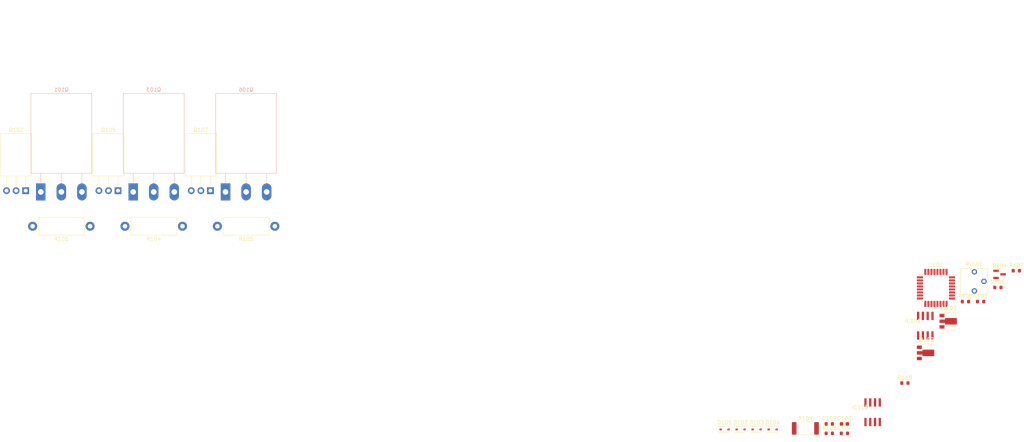
<source format=kicad_pcb>
(kicad_pcb (version 20211014) (generator pcbnew)
  (layers (0 "F.Cu" signal) (31 "B.Cu" power) (34 "B.Paste" user) (35 "F.Paste" user) (36 "B.SilkS" user "B.Silkscreen") (37 "F.SilkS" user "F.Silkscreen") (38 "B.Mask" user) (39 "F.Mask" user) (44 "Edge.Cuts" user))
  (net 0 "")
  (net 1 "+5V")
  (net 2 "Net-(C101-Pad2)")
  (net 3 "Net-(C102-Pad1)")
  (net 4 "Net-(C102-Pad2)")
  (net 5 "VEE")
  (net 6 "Net-(D103-Pad2)")
  (net 7 "Net-(C104-Pad1)")
  (net 8 "Net-(C104-Pad2)")
  (net 9 "GND")
  (net 11 "I_set")
  (net 12 "-5V")
  (net 16 "VCC")
  (net 17 "Net-(Q104-Pad3)")
  (net 18 "U_set")
  (net 21 "Net-(U101-Pad3)")
  (net 22 "Net-(U101-Pad4)")
  (net 51 "/pwr_e1")
  (net 52 "/pwr_e2")
  (net 53 "/pwr_e3")
  (net 54 "Net-(Q103-Pad1)")
  (net 55 "Net-(Q106-Pad1)")
  (net 56 "Net-(Q101-Pad1)")
  (net 57 "/pwr_b")
  (net 58 "/pwr_e")
  (footprint "Diode_SMD:D_SOD-323" (layer "F.Cu") (at 194.17 113.96)
    (fp_text reference "D102" (at 0 -1.85) (layer "F.SilkS"))
    (fp_text value "1N4148WS")
    (fp_line (start -1.5 -0.85) (end -1.5 0.85) (layer "F.SilkS") (width 0.12))
    (fp_line (start -1.5 0.85) (end 1.05 0.85) (layer "F.SilkS") (width 0.12))
    (fp_line (start -1.5 -0.85) (end 1.05 -0.85) (layer "F.SilkS") (width 0.12))
    (pad "1" smd rect (at -1.05 0) (size 0.6 0.45) (layers "F.Cu" "F.Paste" "F.Mask") (net 7 "Net-(C104-Pad1)"))
    (pad "2" smd rect (at 1.05 0) (size 0.6 0.45) (layers "F.Cu" "F.Paste" "F.Mask") (net 57 "/pwr_b"))
  )
  (footprint "Diode_SMD:D_SOD-323" (layer "F.Cu") (at 189.92 113.96)
    (fp_text reference "D101" (at 0 -1.85) (layer "F.SilkS"))
    (fp_text value "1N4148WS")
    (fp_line (start -1.5 -0.85) (end 1.05 -0.85) (layer "F.SilkS") (width 0.12))
    (fp_line (start -1.5 -0.85) (end -1.5 0.85) (layer "F.SilkS") (width 0.12))
    (fp_line (start -1.5 0.85) (end 1.05 0.85) (layer "F.SilkS") (width 0.12))
    (pad "1" smd rect (at -1.05 0) (size 0.6 0.45) (layers "F.Cu" "F.Paste" "F.Mask") (net 3 "Net-(C102-Pad1)"))
    (pad "2" smd rect (at 1.05 0) (size 0.6 0.45) (layers "F.Cu" "F.Paste" "F.Mask") (net 57 "/pwr_b"))
  )
  (footprint "Resistor_THT:R_Axial_DIN0414_L11.9mm_D4.5mm_P15.24mm_Horizontal" (layer "F.Cu") (at 46.12 60 180)
    (fp_text reference "R104" (at 7.62 -3.37) (layer "F.SilkS"))
    (fp_text value "220m")
    (fp_line (start 13.8 0) (end 13.69 0) (layer "F.SilkS") (width 0.12))
    (fp_line (start 1.55 2.37) (end 13.69 2.37) (layer "F.SilkS") (width 0.12))
    (fp_line (start 13.69 -2.37) (end 1.55 -2.37) (layer "F.SilkS") (width 0.12))
    (fp_line (start 13.69 2.37) (end 13.69 -2.37) (layer "F.SilkS") (width 0.12))
    (fp_line (start 1.55 -2.37) (end 1.55 2.37) (layer "F.SilkS") (width 0.12))
    (fp_line (start 1.44 0) (end 1.55 0) (layer "F.SilkS") (width 0.12))
    (pad "1" thru_hole circle (at 0 0 180) (size 2.4 2.4) (drill 1.2) (layers *.Cu *.Mask) (net 52 "/pwr_e2"))
    (pad "2" thru_hole oval (at 15.24 0 180) (size 2.4 2.4) (drill 1.2) (layers *.Cu *.Mask) (net 58 "/pwr_e"))
  )
  (footprint "Resistor_SMD:R_0603_1608Metric" (layer "F.Cu") (at 217.68 115)
    (fp_text reference "R108" (at 0 -1.43) (layer "F.SilkS"))
    (fp_text value "100R")
    (fp_line (start -0.237258 0.5225) (end 0.237258 0.5225) (layer "F.SilkS") (width 0.12))
    (fp_line (start -0.237258 -0.5225) (end 0.237258 -0.5225) (layer "F.SilkS") (width 0.12))
    (pad "1" smd roundrect (at -0.825 0) (size 0.8 0.95) (layers "F.Cu" "F.Paste" "F.Mask") (net 6 "Net-(D103-Pad2)"))
    (pad "2" smd roundrect (at 0.825 0) (size 0.8 0.95) (layers "F.Cu" "F.Paste" "F.Mask") (net 5 "VEE"))
  )
  (footprint "Package_TO_SOT_THT:TO-126-3_Horizontal_TabUp" (layer "F.Cu") (at 4.54 50.55 180)
    (fp_text reference "Q102" (at 2.54 16.12) (layer "F.SilkS"))
    (fp_text value "BD139")
    (fp_line (start 6.66 3.88) (end 6.66 15.12) (layer "F.SilkS") (width 0.12))
    (fp_line (start 2.54 1.066) (end 2.54 3.88) (layer "F.SilkS") (width 0.12))
    (fp_line (start 0 1.05) (end 0 3.88) (layer "F.SilkS") (width 0.12))
    (fp_line (start -1.58 15.12) (end 6.66 15.12) (layer "F.SilkS") (width 0.12))
    (fp_line (start -1.58 3.88) (end -1.58 15.12) (layer "F.SilkS") (width 0.12))
    (fp_line (start -1.58 3.88) (end 6.66 3.88) (layer "F.SilkS") (width 0.12))
    (fp_line (start 5.08 1.066) (end 5.08 3.88) (layer "F.SilkS") (width 0.12))
    (pad "" np_thru_hole oval (at 2.54 11.1 180) (size 3.2 3.2) (drill 3.2) (layers *.Cu *.Mask))
    (pad "1" thru_hole rect (at 0 0 180) (size 1.8 1.8) (drill 1) (layers *.Cu *.Mask) (net 56 "Net-(Q101-Pad1)"))
    (pad "2" thru_hole oval (at 2.54 0 180) (size 1.8 1.8) (drill 1) (layers *.Cu *.Mask) (net 16 "VCC"))
    (pad "3" thru_hole oval (at 5.08 0 180) (size 1.8 1.8) (drill 1) (layers *.Cu *.Mask) (net 57 "/pwr_b"))
  )
  (footprint "Resistor_SMD:R_0603_1608Metric" (layer "F.Cu") (at 217.68 112.49)
    (fp_text reference "C102" (at 0 -1.43) (layer "F.SilkS"))
    (fp_text value "22p")
    (fp_line (start -0.237258 0.5225) (end 0.237258 0.5225) (layer "F.SilkS") (width 0.12))
    (fp_line (start -0.237258 -0.5225) (end 0.237258 -0.5225) (layer "F.SilkS") (width 0.12))
    (pad "1" smd roundrect (at -0.825 0) (size 0.8 0.95) (layers "F.Cu" "F.Paste" "F.Mask") (net 3 "Net-(C102-Pad1)"))
    (pad "2" smd roundrect (at 0.825 0) (size 0.8 0.95) (layers "F.Cu" "F.Paste" "F.Mask") (net 4 "Net-(C102-Pad2)"))
  )
  (footprint "Package_TO_SOT_SMD:SOT-23" (layer "F.Cu") (at 262.84 72.78)
    (fp_text reference "Q104" (at 0 -2.4) (layer "F.SilkS"))
    (fp_text value "BC557")
    (fp_line (start 0 1.56) (end 0.65 1.56) (layer "F.SilkS") (width 0.12))
    (fp_line (start 0 -1.56) (end 0.65 -1.56) (layer "F.SilkS") (width 0.12))
    (fp_line (start 0 -1.56) (end -1.675 -1.56) (layer "F.SilkS") (width 0.12))
    (fp_line (start 0 1.56) (end -0.65 1.56) (layer "F.SilkS") (width 0.12))
    (pad "1" smd roundrect (at -0.9375 -0.95) (size 1.475 0.6) (layers "F.Cu" "F.Paste" "F.Mask") (net 57 "/pwr_b"))
    (pad "2" smd roundrect (at -0.9375 0.95) (size 1.475 0.6) (layers "F.Cu" "F.Paste" "F.Mask") (net 2 "Net-(C101-Pad2)"))
    (pad "3" smd roundrect (at 0.9375 0) (size 1.475 0.6) (layers "F.Cu" "F.Paste" "F.Mask") (net 17 "Net-(Q104-Pad3)"))
  )
  (footprint "Resistor_SMD:R_0603_1608Metric" (layer "F.Cu") (at 221.69 115)
    (fp_text reference "C104" (at 0 -1.43) (layer "F.SilkS"))
    (fp_text value "22p")
    (fp_line (start -0.237258 0.5225) (end 0.237258 0.5225) (layer "F.SilkS") (width 0.12))
    (fp_line (start -0.237258 -0.5225) (end 0.237258 -0.5225) (layer "F.SilkS") (width 0.12))
    (pad "1" smd roundrect (at -0.825 0) (size 0.8 0.95) (layers "F.Cu" "F.Paste" "F.Mask") (net 7 "Net-(C104-Pad1)"))
    (pad "2" smd roundrect (at 0.825 0) (size 0.8 0.95) (layers "F.Cu" "F.Paste" "F.Mask") (net 8 "Net-(C104-Pad2)"))
  )
  (footprint "Resistor_SMD:R_0603_1608Metric" (layer "F.Cu") (at 257.81 80.01)
    (fp_text reference "C101" (at 0 -1.43) (layer "F.SilkS"))
    (fp_text value "10u")
    (fp_line (start -0.237258 -0.5225) (end 0.237258 -0.5225) (layer "F.SilkS") (width 0.12))
    (fp_line (start -0.237258 0.5225) (end 0.237258 0.5225) (layer "F.SilkS") (width 0.12))
    (pad "1" smd roundrect (at -0.825 0) (size 0.8 0.95) (layers "F.Cu" "F.Paste" "F.Mask") (net 1 "+5V"))
    (pad "2" smd roundrect (at 0.825 0) (size 0.8 0.95) (layers "F.Cu" "F.Paste" "F.Mask") (net 2 "Net-(C101-Pad2)"))
  )
  (footprint "Resistor_SMD:R_0603_1608Metric" (layer "F.Cu") (at 237.73 101.64)
    (fp_text reference "R109" (at 0 -1.43) (layer "F.SilkS"))
    (fp_text value "100R")
    (fp_line (start -0.237258 -0.5225) (end 0.237258 -0.5225) (layer "F.SilkS") (width 0.12))
    (fp_line (start -0.237258 0.5225) (end 0.237258 0.5225) (layer "F.SilkS") (width 0.12))
    (pad "1" smd roundrect (at -0.825 0) (size 0.8 0.95) (layers "F.Cu" "F.Paste" "F.Mask") (net 9 "GND"))
    (pad "2" smd roundrect (at 0.825 0) (size 0.8 0.95) (layers "F.Cu" "F.Paste" "F.Mask") (net 8 "Net-(C104-Pad2)"))
  )
  (footprint "OPA277:SO08" (layer "F.Cu") (at 243.1466 86.405)
    (fp_text reference "IC101" (at -3.302 -1.27 180) (layer "F.SilkS"))
    (fp_text value "OPA277")
    (pad "1" smd rect locked (at -1.905 2.6) (size 0.6 2.2) (layers "F.Cu" "F.Paste" "F.Mask"))
    (pad "2" smd rect locked (at -0.635 2.6) (size 0.6 2.2) (layers "F.Cu" "F.Paste" "F.Mask") (net 4 "Net-(C102-Pad2)"))
    (pad "3" smd rect locked (at 0.635 2.6) (size 0.6 2.2) (layers "F.Cu" "F.Paste" "F.Mask") (net 11 "I_set"))
    (pad "4" smd rect locked (at 1.905 2.6) (size 0.6 2.2) (layers "F.Cu" "F.Paste" "F.Mask") (net 12 "-5V"))
    (pad "5" smd rect locked (at 1.905 -2.6) (size 0.6 2.2) (layers "F.Cu" "F.Paste" "F.Mask"))
    (pad "6" smd rect locked (at 0.635 -2.6) (size 0.6 2.2) (layers "F.Cu" "F.Paste" "F.Mask") (net 3 "Net-(C102-Pad1)"))
    (pad "7" smd rect locked (at -0.635 -2.6) (size 0.6 2.2) (layers "F.Cu" "F.Paste" "F.Mask") (net 1 "+5V"))
    (pad "8" smd rect locked (at -1.905 -2.6) (size 0.6 2.2) (layers "F.Cu" "F.Paste" "F.Mask"))
  )
  (footprint "Package_TO_SOT_SMD:SOT-89-3" (layer "F.Cu") (at 243.22 93.63)
    (fp_text reference "U102" (at 0.3 -3.5) (layer "F.SilkS"))
    (fp_text value "MC78L05")
    (fp_line (start -1.06 2.36) (end -1.06 2.13) (layer "F.SilkS") (width 0.12))
    (fp_line (start 1.66 1.05) (end 1.66 2.36) (layer "F.SilkS") (width 0.12))
    (fp_line (start 1.66 2.36) (end -1.06 2.36) (layer "F.SilkS") (width 0.12))
    (fp_line (start -1.06 -2.36) (end -1.06 -2.13) (layer "F.SilkS") (width 0.12))
    (fp_line (start 1.66 -2.36) (end 1.66 -1.05) (layer "F.SilkS") (width 0.12))
    (fp_line (start -1.06 -2.36) (end 1.66 -2.36) (layer "F.SilkS") (width 0.12))
    (fp_line (start -2.2 -2.13) (end -1.06 -2.13) (layer "F.SilkS") (width 0.12))
    (pad "1" smd rect (at -1.65 -1.5) (size 1.3 0.9) (layers "F.Cu" "F.Paste" "F.Mask") (net 1 "+5V"))
    (pad "2" smd custom (at -1.5625 0) (size 1.475 0.9) (layers "F.Cu" "F.Paste" "F.Mask") (net 9 "GND") (options (clearance outline) (anchor rect)) (primitives (gr_poly (pts (xy 3.8625 0.8665) (xy 0.7375 0.8665) (xy 0.7375 -0.8665) (xy 3.8625 -0.8665)) (width 0) (fill yes))))
    (pad "3" smd rect (at -1.65 1.5) (size 1.3 0.9) (layers "F.Cu" "F.Paste" "F.Mask"))
  )
  (footprint "Resistor_SMD:R_0603_1608Metric" (layer "F.Cu") (at 253.8 80.01)
    (fp_text reference "R102" (at 0 -1.43) (layer "F.SilkS"))
    (fp_text value "100R")
    (fp_line (start -0.237258 -0.5225) (end 0.237258 -0.5225) (layer "F.SilkS") (width 0.12))
    (fp_line (start -0.237258 0.5225) (end 0.237258 0.5225) (layer "F.SilkS") (width 0.12))
    (pad "1" smd roundrect (at -0.825 0) (size 0.8 0.95) (layers "F.Cu" "F.Paste" "F.Mask") (net 17 "Net-(Q104-Pad3)"))
    (pad "2" smd roundrect (at 0.825 0) (size 0.8 0.95) (layers "F.Cu" "F.Paste" "F.Mask") (net 1 "+5V"))
  )
  (footprint "Potentiometer_THT:Potentiometer_Vishay_T73YP_Vertical" (layer "F.Cu") (at 256.17 77.18)
    (fp_text reference "RV101" (at -0.06 -7.09) (layer "F.SilkS"))
    (fp_text value "4k7")
    (fp_line (start 0.65 0.88) (end 3.56 0.88) (layer "F.SilkS") (width 0.12))
    (fp_line (start 0.65 -5.96) (end 3.56 -5.96) (layer "F.SilkS") (width 0.12))
    (fp_line (start -3.68 -5.96) (end -3.68 0.88) (layer "F.SilkS") (width 0.12))
    (fp_line (start 3.56 -5.96) (end 3.56 0.88) (layer "F.SilkS") (width 0.12))
    (fp_line (start -3.68 -5.96) (end -0.65 -5.96) (layer "F.SilkS") (width 0.12))
    (fp_line (start -3.68 0.88) (end -0.65 0.88) (layer "F.SilkS") (width 0.12))
    (pad "1" thru_hole circle (at 0 0) (size 1.44 1.44) (drill 0.8) (layers *.Cu *.Mask) (net 1 "+5V"))
    (pad "2" thru_hole circle (at 2.54 -2.54) (size 1.44 1.44) (drill 0.8) (layers *.Cu *.Mask) (net 2 "Net-(C101-Pad2)"))
    (pad "3" thru_hole circle (at 0 -5.08) (size 1.44 1.44) (drill 0.8) (layers *.Cu *.Mask) (net 9 "GND"))
  )
  (footprint "Package_TO_SOT_SMD:SOT-89-3" (layer "F.Cu") (at 249.22 85.23)
    (fp_text reference "U103" (at 0.3 -3.5) (layer "F.SilkS"))
    (fp_text value "MC79L05")
    (fp_line (start 1.66 2.36) (end -1.06 2.36) (layer "F.SilkS") (width 0.12))
    (fp_line (start -1.06 -2.36) (end -1.06 -2.13) (layer "F.SilkS") (width 0.12))
    (fp_line (start 1.66 -2.36) (end 1.66 -1.05) (layer "F.SilkS") (width 0.12))
    (fp_line (start -1.06 2.36) (end -1.06 2.13) (layer "F.SilkS") (width 0.12))
    (fp_line (start -2.2 -2.13) (end -1.06 -2.13) (layer "F.SilkS") (width 0.12))
    (fp_line (start -1.06 -2.36) (end 1.66 -2.36) (layer "F.SilkS") (width 0.12))
    (fp_line (start 1.66 1.05) (end 1.66 2.36) (layer "F.SilkS") (width 0.12))
    (pad "1" smd rect (at -1.65 -1.5) (size 1.3 0.9) (layers "F.Cu" "F.Paste" "F.Mask") (net 9 "GND"))
    (pad "2" smd custom (at -1.5625 0) (size 1.475 0.9) (layers "F.Cu" "F.Paste" "F.Mask") (options (clearance outline) (anchor rect)) (primitives (gr_poly (pts (xy 3.8625 0.8665) (xy 0.7375 0.8665) (xy 0.7375 -0.8665) (xy 3.8625 -0.8665)) (width 0) (fill yes))))
    (pad "3" smd rect (at -1.65 1.5) (size 1.3 0.9) (layers "F.Cu" "F.Paste" "F.Mask") (net 12 "-5V"))
  )
  (footprint "Package_TO_SOT_THT:TO-126-3_Horizontal_TabUp" (layer "F.Cu") (at 53.54 50.55 180)
    (fp_text reference "Q107" (at 2.54 16.12) (layer "F.SilkS"))
    (fp_text value "BD139")
    (fp_line (start 5.08 1.066) (end 5.08 3.88) (layer "F.SilkS") (width 0.12))
    (fp_line (start 0 1.05) (end 0 3.88) (layer "F.SilkS") (width 0.12))
    (fp_line (start -1.58 3.88) (end 6.66 3.88) (layer "F.SilkS") (width 0.12))
    (fp_line (start 6.66 3.88) (end 6.66 15.12) (layer "F.SilkS") (width 0.12))
    (fp_line (start 2.54 1.066) (end 2.54 3.88) (layer "F.SilkS") (width 0.12))
    (fp_line (start -1.58 3.88) (end -1.58 15.12) (layer "F.SilkS") (width 0.12))
    (fp_line (start -1.58 15.12) (end 6.66 15.12) (layer "F.SilkS") (width 0.12))
    (pad "" np_thru_hole oval (at 2.54 11.1 180) (size 3.2 3.2) (drill 3.2) (layers *.Cu *.Mask))
    (pad "1" thru_hole rect (at 0 0 180) (size 1.8 1.8) (drill 1) (layers *.Cu *.Mask) (net 55 "Net-(Q106-Pad1)"))
    (pad "2" thru_hole oval (at 2.54 0 180) (size 1.8 1.8) (drill 1) (layers *.Cu *.Mask) (net 16 "VCC"))
    (pad "3" thru_hole oval (at 5.08 0 180) (size 1.8 1.8) (drill 1) (layers *.Cu *.Mask) (net 57 "/pwr_b"))
  )
  (footprint "Resistor_SMD:R_0603_1608Metric" (layer "F.Cu") (at 262.4 76.26)
    (fp_text reference "R106" (at 0 -1.43) (layer "F.SilkS"))
    (fp_text value "100R")
    (fp_line (start -0.237258 0.5225) (end 0.237258 0.5225) (layer "F.SilkS") (width 0.12))
    (fp_line (start -0.237258 -0.5225) (end 0.237258 -0.5225) (layer "F.SilkS") (width 0.12))
    (pad "1" smd roundrect (at -0.825 0) (size 0.8 0.95) (layers "F.Cu" "F.Paste" "F.Mask") (net 58 "/pwr_e"))
    (pad "2" smd roundrect (at 0.825 0) (size 0.8 0.95) (layers "F.Cu" "F.Paste" "F.Mask") (net 4 "Net-(C102-Pad2)"))
  )
  (footprint "OPA277:SO08" (layer "F.Cu") (at 229.1766 109.385)
    (fp_text reference "IC102" (at -3.302 -1.27 180) (layer "F.SilkS"))
    (fp_text value "OPA277")
    (pad "1" smd rect locked (at -1.905 2.6) (size 0.6 2.2) (layers "F.Cu" "F.Paste" "F.Mask"))
    (pad "2" smd rect locked (at -0.635 2.6) (size 0.6 2.2) (layers "F.Cu" "F.Paste" "F.Mask") (net 8 "Net-(C104-Pad2)"))
    (pad "3" smd rect locked (at 0.635 2.6) (size 0.6 2.2) (layers "F.Cu" "F.Paste" "F.Mask") (net 6 "Net-(D103-Pad2)"))
    (pad "4" smd rect locked (at 1.905 2.6) (size 0.6 2.2) (layers "F.Cu" "F.Paste" "F.Mask") (net 12 "-5V"))
    (pad "5" smd rect locked (at 1.905 -2.6) (size 0.6 2.2) (layers "F.Cu" "F.Paste" "F.Mask"))
    (pad "6" smd rect locked (at 0.635 -2.6) (size 0.6 2.2) (layers "F.Cu" "F.Paste" "F.Mask") (net 7 "Net-(C104-Pad1)"))
    (pad "7" smd rect locked (at -0.635 -2.6) (size 0.6 2.2) (layers "F.Cu" "F.Paste" "F.Mask") (net 1 "+5V"))
    (pad "8" smd rect locked (at -1.905 -2.6) (size 0.6 2.2) (layers "F.Cu" "F.Paste" "F.Mask"))
  )
  (footprint "Diode_SMD:D_SOD-323" (layer "F.Cu") (at 202.67 113.96)
    (fp_text reference "D104" (at 0 -1.85) (layer "F.SilkS"))
    (fp_text value "1N4148WS")
    (fp_line (start -1.5 -0.85) (end 1.05 -0.85) (layer "F.SilkS") (width 0.12))
    (fp_line (start -1.5 -0.85) (end -1.5 0.85) (layer "F.SilkS") (width 0.12))
    (fp_line (start -1.5 0.85) (end 1.05 0.85) (layer "F.SilkS") (width 0.12))
    (pad "1" smd rect (at -1.05 0) (size 0.6 0.45) (layers "F.Cu" "F.Paste" "F.Mask") (net 6 "Net-(D103-Pad2)"))
    (pad "2" smd rect (at 1.05 0) (size 0.6 0.45) (layers "F.Cu" "F.Paste" "F.Mask") (net 9 "GND"))
  )
  (footprint "Package_TO_SOT_THT:TO-126-3_Horizontal_TabUp" (layer "F.Cu") (at 29.04 50.55 180)
    (fp_text reference "Q105" (at 2.54 16.12) (layer "F.SilkS"))
    (fp_text value "BD139")
    (fp_line (start 2.54 1.066) (end 2.54 3.88) (layer "F.SilkS") (width 0.12))
    (fp_line (start -1.58 15.12) (end 6.66 15.12) (layer "F.SilkS") (width 0.12))
    (fp_line (start 0 1.05) (end 0 3.88) (layer "F.SilkS") (width 0.12))
    (fp_line (start 5.08 1.066) (end 5.08 3.88) (layer "F.SilkS") (width 0.12))
    (fp_line (start -1.58 3.88) (end 6.66 3.88) (layer "F.SilkS") (width 0.12))
    (fp_line (start 6.66 3.88) (end 6.66 15.12) (layer "F.SilkS") (width 0.12))
    (fp_line (start -1.58 3.88) (end -1.58 15.12) (layer "F.SilkS") (width 0.12))
    (pad "" np_thru_hole oval (at 2.54 11.1 180) (size 3.2 3.2) (drill 3.2) (layers *.Cu *.Mask))
    (pad "1" thru_hole rect (at 0 0 180) (size 1.8 1.8) (drill 1) (layers *.Cu *.Mask) (net 54 "Net-(Q103-Pad1)"))
    (pad "2" thru_hole oval (at 2.54 0 180) (size 1.8 1.8) (drill 1) (layers *.Cu *.Mask) (net 16 "VCC"))
    (pad "3" thru_hole oval (at 5.08 0 180) (size 1.8 1.8) (drill 1) (layers *.Cu *.Mask) (net 57 "/pwr_b"))
  )
  (footprint "Capacitor_SMD:C_0603_1608Metric" (layer "F.Cu") (at 221.69 112.49)
    (fp_text reference "C103" (at 0 -1.43) (layer "F.SilkS"))
    (fp_text value "10n")
    (fp_line (start -0.14058 -0.51) (end 0.14058 -0.51) (layer "F.SilkS") (width 0.12))
    (fp_line (start -0.14058 0.51) (end 0.14058 0.51) (layer "F.SilkS") (width 0.12))
    (pad "1" smd roundrect (at -0.775 0) (size 0.9 0.95) (layers "F.Cu" "F.Paste" "F.Mask") (net 5 "VEE"))
    (pad "2" smd roundrect (at 0.775 0) (size 0.9 0.95) (layers "F.Cu" "F.Paste" "F.Mask") (net 6 "Net-(D103-Pad2)"))
  )
  (footprint "Resistor_THT:R_Axial_DIN0414_L11.9mm_D4.5mm_P15.24mm_Horizontal" (layer "F.Cu") (at 70.62 60 180)
    (fp_text reference "R105" (at 7.62 -3.37) (layer "F.SilkS"))
    (fp_text value "220m")
    (fp_line (start 1.44 0) (end 1.55 0) (layer "F.SilkS") (width 0.12))
    (fp_line (start 13.8 0) (end 13.69 0) (layer "F.SilkS") (width 0.12))
    (fp_line (start 1.55 -2.37) (end 1.55 2.37) (layer "F.SilkS") (width 0.12))
    (fp_line (start 13.69 2.37) (end 13.69 -2.37) (layer "F.SilkS") (width 0.12))
    (fp_line (start 1.55 2.37) (end 13.69 2.37) (layer "F.SilkS") (width 0.12))
    (fp_line (start 13.69 -2.37) (end 1.55 -2.37) (layer "F.SilkS") (width 0.12))
    (pad "1" thru_hole circle (at 0 0 180) (size 2.4 2.4) (drill 1.2) (layers *.Cu *.Mask) (net 53 "/pwr_e3"))
    (pad "2" thru_hole oval (at 15.24 0 180) (size 2.4 2.4) (drill 1.2) (layers *.Cu *.Mask) (net 58 "/pwr_e"))
  )
  (footprint "Resistor_THT:R_Axial_DIN0414_L11.9mm_D4.5mm_P15.24mm_Horizontal" (layer "F.Cu") (at 21.62 60 180)
    (fp_text reference "R101" (at 7.62 -3.37) (layer "F.SilkS"))
    (fp_text value "220m")
    (fp_line (start 1.55 -2.37) (end 1.55 2.37) (layer "F.SilkS") (width 0.12))
    (fp_line (start 13.69 -2.37) (end 1.55 -2.37) (layer "F.SilkS") (width 0.12))
    (fp_line (start 1.55 2.37) (end 13.69 2.37) (layer "F.SilkS") (width 0.12))
    (fp_line (start 13.8 0) (end 13.69 0) (layer "F.SilkS") (width 0.12))
    (fp_line (start 13.69 2.37) (end 13.69 -2.37) (layer "F.SilkS") (width 0.12))
    (fp_line (start 1.44 0) (end 1.55 0) (layer "F.SilkS") (width 0.12))
    (pad "1" thru_hole circle (at 0 0 180) (size 2.4 2.4) (drill 1.2) (layers *.Cu *.Mask) (net 51 "/pwr_e1"))
    (pad "2" thru_hole oval (at 15.24 0 180) (size 2.4 2.4) (drill 1.2) (layers *.Cu *.Mask) (net 58 "/pwr_e"))
  )
  (footprint "Diode_SMD:D_SOD-323" (layer "F.Cu") (at 198.42 113.96)
    (fp_text reference "D103" (at 0 -1.85) (layer "F.SilkS"))
    (fp_text value "1N4148WS")
    (fp_line (start -1.5 -0.85) (end 1.05 -0.85) (layer "F.SilkS") (width 0.12))
    (fp_line (start -1.5 -0.85) (end -1.5 0.85) (layer "F.SilkS") (width 0.12))
    (fp_line (start -1.5 0.85) (end 1.05 0.85) (layer "F.SilkS") (width 0.12))
    (pad "1" smd rect (at -1.05 0) (size 0.6 0.45) (layers "F.Cu" "F.Paste" "F.Mask") (net 9 "GND"))
    (pad "2" smd rect (at 1.05 0) (size 0.6 0.45) (layers "F.Cu" "F.Paste" "F.Mask") (net 6 "Net-(D103-Pad2)"))
  )
  (footprint "Resistor_SMD:R_0603_1608Metric" (layer "F.Cu") (at 267.29 71.81)
    (fp_text reference "R107" (at 0 -1.43) (layer "F.SilkS"))
    (fp_text value "100R")
    (fp_line (start -0.237258 0.5225) (end 0.237258 0.5225) (layer "F.SilkS") (width 0.12))
    (fp_line (start -0.237258 -0.5225) (end 0.237258 -0.5225) (layer "F.SilkS") (width 0.12))
    (pad "1" smd roundrect (at -0.825 0) (size 0.8 0.95) (layers "F.Cu" "F.Paste" "F.Mask") (net 18 "U_set"))
    (pad "2" smd roundrect (at 0.825 0) (size 0.8 0.95) (layers "F.Cu" "F.Paste" "F.Mask") (net 6 "Net-(D103-Pad2)"))
  )
  (footprint "Package_QFP:TQFP-32_7x7mm_P0.8mm" (layer "F.Cu") (at 245.97 76.38)
    (fp_text reference "U101" (at 0 -6.05) (layer "F.SilkS"))
    (fp_text value "ATmega8A-A")
    (fp_line (start -3.625 3.625) (end -3.3 3.625) (layer "F.SilkS") (width 0.15))
    (fp_line (start 3.625 -3.625) (end 3.3 -3.625) (layer "F.SilkS") (width 0.15))
    (fp_line (start 3.625 -3.625) (end 3.625 -3.3) (layer "F.SilkS") (width 0.15))
    (fp_line (start 3.625 3.625) (end 3.3 3.625) (layer "F.SilkS") (width 0.15))
    (fp_line (start -3.625 -3.625) (end -3.625 -3.4) (layer "F.SilkS") (width 0.15))
    (fp_line (start -3.625 -3.625) (end -3.3 -3.625) (layer "F.SilkS") (width 0.15))
    (fp_line (start -3.625 3.625) (end -3.625 3.3) (layer "F.SilkS") (width 0.15))
    (fp_line (start 3.625 3.625) (end 3.625 3.3) (layer "F.SilkS") (width 0.15))
    (fp_line (start -3.625 -3.4) (end -5.05 -3.4) (layer "F.SilkS") (width 0.15))
    (pad "1" smd rect (at -4.25 -2.8) (size 1.6 0.55) (layers "F.Cu" "F.Paste" "F.Mask"))
    (pad "2" smd rect (at -4.25 -2) (size 1.6 0.55) (layers "F.Cu" "F.Paste" "F.Mask"))
    (pad "3" smd rect (at -4.25 -1.2) (size 1.6 0.55) (layers "F.Cu" "F.Paste" "F.Mask") (net 21 "Net-(U101-Pad3)"))
    (pad "4" smd rect (at -4.25 -0.4) (size 1.6 0.55) (layers "F.Cu" "F.Paste" "F.Mask") (net 22 "Net-(U101-Pad4)"))
    (pad "5" smd rect (at -4.25 0.4) (size 1.6 0.55) (layers "F.Cu" "F.Paste" "F.Mask") (net 21 "Net-(U101-Pad3)"))
    (pad "6" smd rect (at -4.25 1.2) (size 1.6 0.55) (layers "F.Cu" "F.Paste" "F.Mask") (net 22 "Net-(U101-Pad4)"))
    (pad "7" smd rect (at -4.25 2) (size 1.6 0.55) (layers "F.Cu" "F.Paste" "F.Mask"))
    (pad "8" smd rect (at -4.25 2.8) (size 1.6 0.55) (layers "F.Cu" "F.Paste" "F.Mask"))
    (pad "9" smd rect (at -2.8 4.25 90) (size 1.6 0.55) (layers "F.Cu" "F.Paste" "F.Mask"))
    (pad "10" smd rect (at -2 4.25 90) (size 1.6 0.55) (layers "F.Cu" "F.Paste" "F.Mask"))
    (pad "11" smd rect (at -1.2 4.25 90) (size 1.6 0.55) (layers "F.Cu" "F.Paste" "F.Mask"))
    (pad "12" smd rect (at -0.4 4.25 90) (size 1.6 0.55) (layers "F.Cu" "F.Paste" "F.Mask"))
    (pad "13" smd rect (at 0.4 4.25 90) (size 1.6 0.55) (layers "F.Cu" "F.Paste" "F.Mask"))
    (pad "14" smd rect (at 1.2 4.25 90) (size 1.6 0.55) (layers "F.Cu" "F.Paste" "F.Mask"))
    (pad "15" smd rect (at 2 4.25 90) (size 1.6 0.55) (layers "F.Cu" "F.Paste" "F.Mask"))
    (pad "16" smd rect (at 2.8 4.25 90) (size 1.6 0.55) (layers "F.Cu" "F.Paste" "F.Mask"))
    (pad "17" smd rect (at 4.25 2.8) (size 1.6 0.55) (layers "F.Cu" "F.Paste" "F.Mask"))
    (pad "18" smd rect (at 4.25 2) (size 1.6 0.55) (layers "F.Cu" "F.Paste" "F.Mask"))
    (pad "19" smd rect (at 4.25 1.2) (size 1.6 0.55) (layers "F.Cu" "F.Paste" "F.Mask"))
    (pad "20" smd rect (at 4.25 0.4) (size 1.6 0.55) (layers "F.Cu" "F.Paste" "F.Mask"))
    (pad "21" smd rect (at 4.25 -0.4) (size 1.6 0.55) (layers "F.Cu" "F.Paste" "F.Mask"))
    (pad "22" smd rect (at 4.25 -1.2) (size 1.6 0.55) (layers "F.Cu" "F.Paste" "F.Mask"))
    (pad "23" smd rect (at 4.25 -2) (size 1.6 0.55) (layers "F.Cu" "F.Paste" "F.Mask"))
    (pad "24" smd rect (at 4.25 -2.8) (size 1.6 0.55) (layers "F.Cu" "F.Paste" "F.Mask"))
    (pad "25" smd rect (at 2.8 -4.25 90) (size 1.6 0.55) (layers "F.Cu" "F.Paste" "F.Mask"))
    (pad "26" smd rect (at 2 -4.25 90) (size 1.6 0.55) (layers "F.Cu" "F.Paste" "F.Mask"))
    (pad "27" smd rect (at 1.2 -4.25 90) (size 1.6 0.55) (layers "F.Cu" "F.Paste" "F.Mask"))
    (pad "28" smd rect (at 0.4 -4.25 90) (size 1.6 0.55) (layers "F.Cu" "F.Paste" "F.Mask"))
    (pad "29" smd rect (at -0.4 -4.25 90) (size 1.6 0.55) (layers "F.Cu" "F.Paste" "F.Mask"))
    (pad "30" smd rect (at -1.2 -4.25 90) (size 1.6 0.55) (layers "F.Cu" "F.Paste" "F.Mask"))
    (pad "31" smd rect (at -2 -4.25 90) (size 1.6 0.55) (layers "F.Cu" "F.Paste" "F.Mask"))
    (pad "32" smd rect (at -2.8 -4.25 90) (size 1.6 0.55) (layers "F.Cu" "F.Paste" "F.Mask"))
  )
  (footprint "Resistor_SMD:R_2512_6332Metric" (layer "F.Cu") (at 211.33 113.68)
    (fp_text reference "R103" (at 0 -2.62) (layer "F.SilkS"))
    (fp_text value "15m")
    (fp_line (start -2.177064 -1.71) (end 2.177064 -1.71) (layer "F.SilkS") (width 0.12))
    (fp_line (start -2.177064 1.71) (end 2.177064 1.71) (layer "F.SilkS") (width 0.12))
    (pad "1" smd roundrect (at -2.9625 0) (size 1.225 3.35) (layers "F.Cu" "F.Paste" "F.Mask") (roundrect_rratio 0.204082) (net 58 "/pwr_e"))
    (pad "2" smd roundrect (at 2.9625 0) (size 1.225 3.35) (layers "F.Cu" "F.Paste" "F.Mask") (roundrect_rratio 0.204082) (net 9 "GND"))
  )
  (footprint "Package_TO_SOT_THT:TO-247-3_Horizontal_TabUp" (layer "B.Cu") (at 8.55 50.89)
    (fp_text reference "Q101" (at 5.45 -27.15) (layer "B.SilkS") (effects (justify mirror)))
    (fp_text value "BD249C")
    (fp_line (start 10.9 -2.4) (end 10.9 -4.96) (layer "B.SilkS") (width 0.12))
    (fp_line (start 5.45 -2.4) (end 5.45 -4.96) (layer "B.SilkS") (width 0.12))
    (fp_line (start -2.62 -4.96) (end -2.62 -26.15) (layer "B.SilkS") (width 0.12))
    (fp_line (start -2.62 -26.15) (end 13.52 -26.15) (layer "B.SilkS") (width 0.12))
    (fp_line (start 0 -2.4) (end 0 -4.96) (layer "B.SilkS") (width 0.12))
    (fp_line (start 13.52 -4.96) (end 13.52 -26.15) (layer "B.SilkS") (width 0.12))
    (fp_line (start -2.62 -4.96) (end 13.52 -4.96) (layer "B.SilkS") (width 0.12))
    (pad "" np_thru_hole circle (at 5.45 -19.86) (size 6.5 6.5) (drill 6.5) (layers F&B.Cu *.Mask))
    (pad "1" thru_hole rect (at 0 0) (size 2.5 4.5) (drill 1.5) (layers *.Cu *.Mask) (net 56 "Net-(Q101-Pad1)"))
    (pad "2" thru_hole oval (at 5.45 0) (size 2.5 4.5) (drill 1.5) (layers *.Cu *.Mask) (net 16 "VCC"))
    (pad "3" thru_hole oval (at 10.9 0) (size 2.5 4.5) (drill 1.5) (layers *.Cu *.Mask) (net 51 "/pwr_e1"))
  )
  (footprint "Package_TO_SOT_THT:TO-247-3_Horizontal_TabUp" (layer "B.Cu") (at 57.55 50.89)
    (fp_text reference "Q106" (at 5.45 -27.15) (layer "B.SilkS") (effects (justify mirror)))
    (fp_text value "BD249C")
    (fp_line (start 10.9 -2.4) (end 10.9 -4.96) (layer "B.SilkS") (width 0.12))
    (fp_line (start 5.45 -2.4) (end 5.45 -4.96) (layer "B.SilkS") (width 0.12))
    (fp_line (start 13.52 -4.96) (end 13.52 -26.15) (layer "B.SilkS") (width 0.12))
    (fp_line (start -2.62 -26.15) (end 13.52 -26.15) (layer "B.SilkS") (width 0.12))
    (fp_line (start -2.62 -4.96) (end -2.62 -26.15) (layer "B.SilkS") (width 0.12))
    (fp_line (start -2.62 -4.96) (end 13.52 -4.96) (layer "B.SilkS") (width 0.12))
    (fp_line (start 0 -2.4) (end 0 -4.96) (layer "B.SilkS") (width 0.12))
    (pad "" np_thru_hole circle (at 5.45 -19.86) (size 6.5 6.5) (drill 6.5) (layers F&B.Cu *.Mask))
    (pad "1" thru_hole rect (at 0 0) (size 2.5 4.5) (drill 1.5) (layers *.Cu *.Mask) (net 55 "Net-(Q106-Pad1)"))
    (pad "2" thru_hole oval (at 5.45 0) (size 2.5 4.5) (drill 1.5) (layers *.Cu *.Mask) (net 16 "VCC"))
    (pad "3" thru_hole oval (at 10.9 0) (size 2.5 4.5) (drill 1.5) (layers *.Cu *.Mask) (net 53 "/pwr_e3"))
  )
  (footprint "Package_TO_SOT_THT:TO-247-3_Horizontal_TabUp" (layer "B.Cu") (at 33.05 50.89)
    (fp_text reference "Q103" (at 5.45 -27.15) (layer "B.SilkS") (effects (justify mirror)))
    (fp_text value "BD249C")
    (fp_line (start 13.52 -4.96) (end 13.52 -26.15) (layer "B.SilkS") (width 0.12))
    (fp_line (start 0 -2.4) (end 0 -4.96) (layer "B.SilkS") (width 0.12))
    (fp_line (start 5.45 -2.4) (end 5.45 -4.96) (layer "B.SilkS") (width 0.12))
    (fp_line (start -2.62 -4.96) (end -2.62 -26.15) (layer "B.SilkS") (width 0.12))
    (fp_line (start -2.62 -26.15) (end 13.52 -26.15) (layer "B.SilkS") (width 0.12))
    (fp_line (start 10.9 -2.4) (end 10.9 -4.96) (layer "B.SilkS") (width 0.12))
    (fp_line (start -2.62 -4.96) (end 13.52 -4.96) (layer "B.SilkS") (width 0.12))
    (pad "" np_thru_hole circle (at 5.45 -19.86) (size 6.5 6.5) (drill 6.5) (layers F&B.Cu *.Mask))
    (pad "1" thru_hole rect (at 0 0) (size 2.5 4.5) (drill 1.5) (layers *.Cu *.Mask) (net 54 "Net-(Q103-Pad1)"))
    (pad "2" thru_hole oval (at 5.45 0) (size 2.5 4.5) (drill 1.5) (layers *.Cu *.Mask) (net 16 "VCC"))
    (pad "3" thru_hole oval (at 10.9 0) (size 2.5 4.5) (drill 1.5) (layers *.Cu *.Mask) (net 52 "/pwr_e2"))
  )
)
</source>
